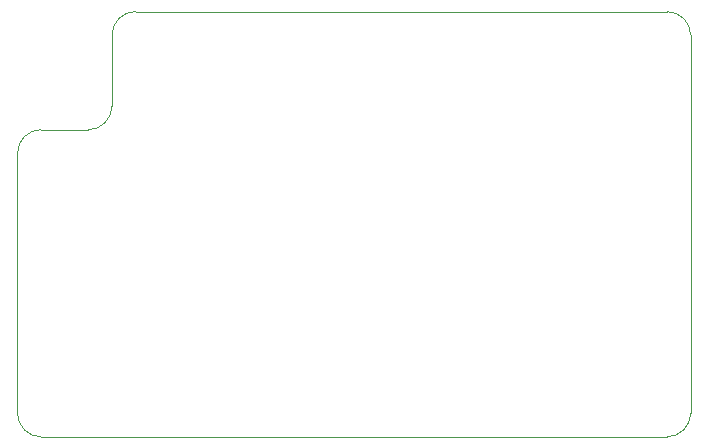
<source format=gbr>
%TF.GenerationSoftware,KiCad,Pcbnew,7.0.9*%
%TF.CreationDate,2024-02-03T21:53:44-08:00*%
%TF.ProjectId,Phorae_v1.0,50686f72-6165-45f7-9631-2e302e6b6963,rev?*%
%TF.SameCoordinates,Original*%
%TF.FileFunction,Profile,NP*%
%FSLAX46Y46*%
G04 Gerber Fmt 4.6, Leading zero omitted, Abs format (unit mm)*
G04 Created by KiCad (PCBNEW 7.0.9) date 2024-02-03 21:53:44*
%MOMM*%
%LPD*%
G01*
G04 APERTURE LIST*
%TA.AperFunction,Profile*%
%ADD10C,0.100000*%
%TD*%
G04 APERTURE END LIST*
D10*
X50000000Y-67000000D02*
G75*
G03*
X48000000Y-69000000I0J-2000000D01*
G01*
X42000000Y-103000000D02*
X95000000Y-103000000D01*
X97000000Y-69000000D02*
G75*
G03*
X95000000Y-67000000I-2000000J0D01*
G01*
X48000000Y-69000000D02*
X48000000Y-75000000D01*
X40000000Y-79000000D02*
X40000000Y-101000000D01*
X42000000Y-77000000D02*
G75*
G03*
X40000000Y-79000000I0J-2000000D01*
G01*
X95000000Y-67000000D02*
X50000000Y-67000000D01*
X46000000Y-77000000D02*
X42000000Y-77000000D01*
X95000000Y-103000000D02*
G75*
G03*
X97000000Y-101000000I0J2000000D01*
G01*
X46000000Y-77000000D02*
G75*
G03*
X48000000Y-75000000I0J2000000D01*
G01*
X97000000Y-101000000D02*
X97000000Y-69000000D01*
X40000000Y-101000000D02*
G75*
G03*
X42000000Y-103000000I2000000J0D01*
G01*
M02*

</source>
